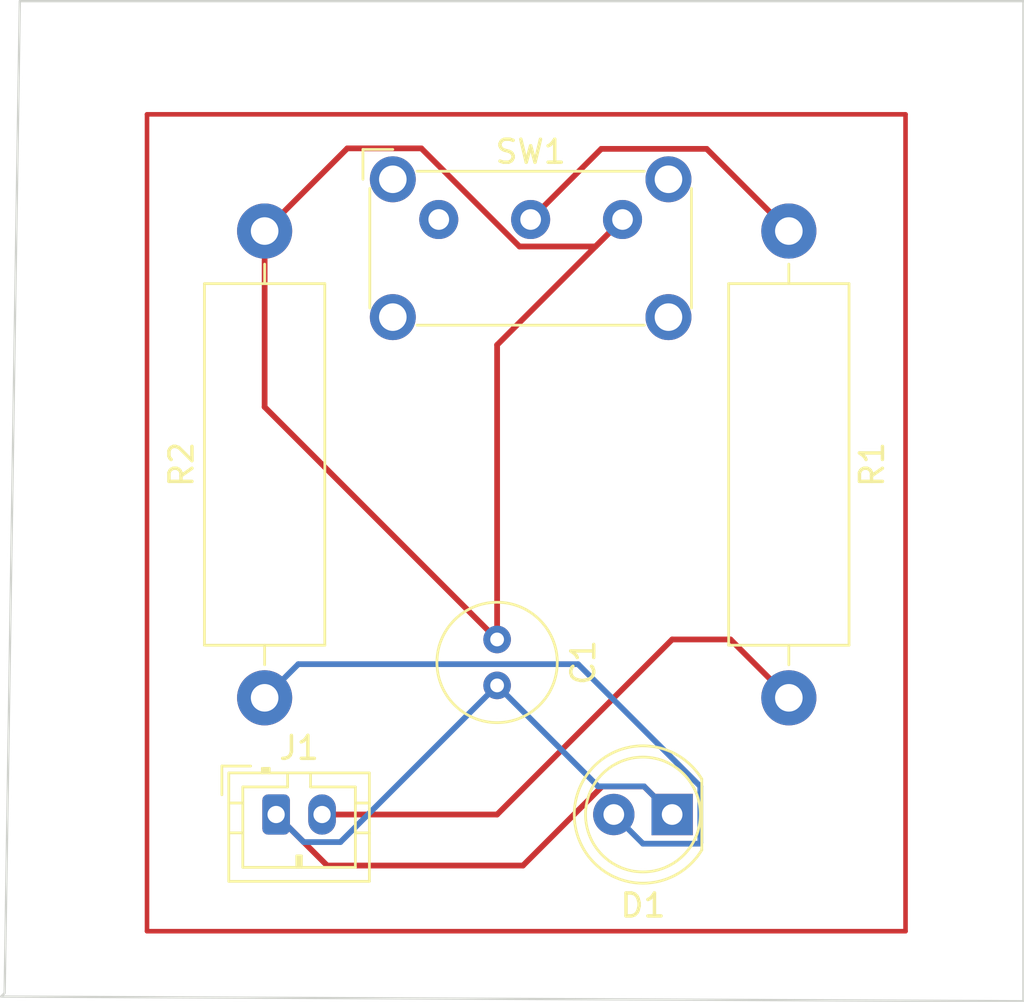
<source format=kicad_pcb>
(kicad_pcb (version 20221018) (generator pcbnew)
  (title_block (rev "Excercise I") (comment 4 "Author : "))
  (layers (0 "F.Cu" signal) (31 "B.Cu" signal) (34 "B.Paste" user) (35 "F.Paste" user) (36 "B.SilkS" user "B.Silkscreen") (37 "F.SilkS" user "F.Silkscreen") (38 "B.Mask" user) (39 "F.Mask" user) (44 "Edge.Cuts" user))
  (net 0 "")
  (net 1 "Net-(C1-Pad1)")
  (net 2 "Net-(C1-Pad2)")
  (net 3 "Net-(D1-Pad2)")
  (net 4 "Net-(J1-Pad2)")
  (net 5 "Net-(R1-Pad1)")
  (net 6 "unconnected-(SW1-Pad1)")
  (footprint "Button_Switch_THT:SW_E-Switch_EG1224_SPDT_Angled" (layer "F.Cu") (at 144.78 121.4175)
    (fp_text reference "SW1" (at 4 -2.95) (layer "F.SilkS"))
    (fp_text value "SW_Push_SPDT")
    (fp_line (start -3.3 -3.05) (end -2 -3.05) (stroke (width 0.12)) (layer "F.SilkS"))
    (fp_line (start -3.3 -1.75) (end -3.3 -3.05) (stroke (width 0.12)) (layer "F.SilkS"))
    (fp_line (start -3 3.85) (end -3 -1.35) (stroke (width 0.12)) (layer "F.SilkS"))
    (fp_line (start -0.95 -2.1) (end 8.95 -2.1) (stroke (width 0.12)) (layer "F.SilkS"))
    (fp_line (start 8.95 4.6) (end -0.95 4.6) (stroke (width 0.12)) (layer "F.SilkS"))
    (fp_line (start 11 -1.35) (end 11 3.85) (stroke (width 0.12)) (layer "F.SilkS"))
    (pad "" thru_hole circle (at -2 -1.75) (size 2 2) (drill 1.2) (layers "*.Cu" "*.Mask"))
    (pad "" thru_hole circle (at -2 4.25) (size 2 2) (drill 1.2) (layers "*.Cu" "*.Mask"))
    (pad "" thru_hole circle (at 10 -1.75) (size 2 2) (drill 1.2) (layers "*.Cu" "*.Mask"))
    (pad "" thru_hole circle (at 10 4.25) (size 2 2) (drill 1.2) (layers "*.Cu" "*.Mask"))
    (pad "1" thru_hole circle (at 0 0) (size 1.7 1.7) (drill 0.9) (layers "*.Cu" "*.Mask") (net 6 "unconnected-(SW1-Pad1)"))
    (pad "2" thru_hole circle (at 4 0) (size 1.7 1.7) (drill 0.9) (layers "*.Cu" "*.Mask") (net 5 "Net-(R1-Pad1)"))
    (pad "3" thru_hole circle (at 8 0) (size 1.7 1.7) (drill 0.9) (layers "*.Cu" "*.Mask") (net 1 "Net-(C1-Pad1)"))
  )
  (footprint "Connector_JST:JST_PH_B2B-PH-K_1x02_P2.00mm_Vertical" (layer "F.Cu") (at 137.7 147.32)
    (fp_text reference "J1" (at 1 -2.9) (layer "F.SilkS"))
    (fp_text value "Conn_01x02_Male")
    (fp_line (start -2.36 -2.11) (end -2.36 -0.86) (stroke (width 0.12)) (layer "F.SilkS"))
    (fp_line (start -2.06 -1.81) (end -2.06 2.91) (stroke (width 0.12)) (layer "F.SilkS"))
    (fp_line (start -2.06 -0.5) (end -1.45 -0.5) (stroke (width 0.12)) (layer "F.SilkS"))
    (fp_line (start -2.06 0.8) (end -1.45 0.8) (stroke (width 0.12)) (layer "F.SilkS"))
    (fp_line (start -2.06 2.91) (end 4.06 2.91) (stroke (width 0.12)) (layer "F.SilkS"))
    (fp_line (start -1.45 -1.2) (end -1.45 2.3) (stroke (width 0.12)) (layer "F.SilkS"))
    (fp_line (start -1.45 2.3) (end 3.45 2.3) (stroke (width 0.12)) (layer "F.SilkS"))
    (fp_line (start -1.11 -2.11) (end -2.36 -2.11) (stroke (width 0.12)) (layer "F.SilkS"))
    (fp_line (start -0.6 -2.01) (end -0.6 -1.81) (stroke (width 0.12)) (layer "F.SilkS"))
    (fp_line (start -0.3 -2.01) (end -0.6 -2.01) (stroke (width 0.12)) (layer "F.SilkS"))
    (fp_line (start -0.3 -1.91) (end -0.6 -1.91) (stroke (width 0.12)) (layer "F.SilkS"))
    (fp_line (start -0.3 -1.81) (end -0.3 -2.01) (stroke (width 0.12)) (layer "F.SilkS"))
    (fp_line (start 0.5 -1.81) (end 0.5 -1.2) (stroke (width 0.12)) (layer "F.SilkS"))
    (fp_line (start 0.5 -1.2) (end -1.45 -1.2) (stroke (width 0.12)) (layer "F.SilkS"))
    (fp_line (start 0.9 1.8) (end 1.1 1.8) (stroke (width 0.12)) (layer "F.SilkS"))
    (fp_line (start 0.9 2.3) (end 0.9 1.8) (stroke (width 0.12)) (layer "F.SilkS"))
    (fp_line (start 1 2.3) (end 1 1.8) (stroke (width 0.12)) (layer "F.SilkS"))
    (fp_line (start 1.1 1.8) (end 1.1 2.3) (stroke (width 0.12)) (layer "F.SilkS"))
    (fp_line (start 1.5 -1.2) (end 1.5 -1.81) (stroke (width 0.12)) (layer "F.SilkS"))
    (fp_line (start 3.45 -1.2) (end 1.5 -1.2) (stroke (width 0.12)) (layer "F.SilkS"))
    (fp_line (start 3.45 2.3) (end 3.45 -1.2) (stroke (width 0.12)) (layer "F.SilkS"))
    (fp_line (start 4.06 -1.81) (end -2.06 -1.81) (stroke (width 0.12)) (layer "F.SilkS"))
    (fp_line (start 4.06 -0.5) (end 3.45 -0.5) (stroke (width 0.12)) (layer "F.SilkS"))
    (fp_line (start 4.06 0.8) (end 3.45 0.8) (stroke (width 0.12)) (layer "F.SilkS"))
    (fp_line (start 4.06 2.91) (end 4.06 -1.81) (stroke (width 0.12)) (layer "F.SilkS"))
    (pad "1" thru_hole roundrect (at 0 0) (size 1.2 1.75) (drill 0.75) (layers "*.Cu" "*.Mask") (roundrect_rratio 0.208333) (net 2 "Net-(C1-Pad2)"))
    (pad "2" thru_hole oval (at 2 0) (size 1.2 1.75) (drill 0.75) (layers "*.Cu" "*.Mask") (net 4 "Net-(J1-Pad2)"))
  )
  (footprint "Capacitor_THT:C_Radial_D5.0mm_H5.0mm_P2.00mm" (layer "F.Cu") (at 147.32 139.7 -90)
    (fp_text reference "C1" (at 1 -3.75 90) (layer "F.SilkS"))
    (fp_text value "0.0000047")
    (fp_circle (center 1 0) (end 3.62 0) (stroke (width 0.12)) (fill none) (layer "F.SilkS"))
    (pad "1" thru_hole circle (at 0 0 270) (size 1.2 1.2) (drill 0.6) (layers "*.Cu" "*.Mask") (net 1 "Net-(C1-Pad1)"))
    (pad "2" thru_hole circle (at 2 0 270) (size 1.2 1.2) (drill 0.6) (layers "*.Cu" "*.Mask") (net 2 "Net-(C1-Pad2)"))
  )
  (footprint "Resistor_THT:R_Axial_DIN0516_L15.5mm_D5.0mm_P20.32mm_Horizontal" (layer "F.Cu") (at 160.02 121.92 -90)
    (fp_text reference "R1" (at 10.16 -3.62 90) (layer "F.SilkS"))
    (fp_text value "22000")
    (fp_line (start 1.44 0) (end 2.29 0) (stroke (width 0.12)) (layer "F.SilkS"))
    (fp_line (start 2.29 -2.62) (end 2.29 2.62) (stroke (width 0.12)) (layer "F.SilkS"))
    (fp_line (start 2.29 2.62) (end 18.03 2.62) (stroke (width 0.12)) (layer "F.SilkS"))
    (fp_line (start 18.03 -2.62) (end 2.29 -2.62) (stroke (width 0.12)) (layer "F.SilkS"))
    (fp_line (start 18.03 2.62) (end 18.03 -2.62) (stroke (width 0.12)) (layer "F.SilkS"))
    (fp_line (start 18.88 0) (end 18.03 0) (stroke (width 0.12)) (layer "F.SilkS"))
    (pad "1" thru_hole circle (at 0 0 270) (size 2.4 2.4) (drill 1.2) (layers "*.Cu" "*.Mask") (net 5 "Net-(R1-Pad1)"))
    (pad "2" thru_hole oval (at 20.32 0 270) (size 2.4 2.4) (drill 1.2) (layers "*.Cu" "*.Mask") (net 4 "Net-(J1-Pad2)"))
  )
  (footprint "Resistor_THT:R_Axial_DIN0516_L15.5mm_D5.0mm_P20.32mm_Horizontal" (layer "F.Cu") (at 137.2 142.24 90)
    (fp_text reference "R2" (at 10.16 -3.62 90) (layer "F.SilkS"))
    (fp_text value "20000")
    (fp_line (start 1.44 0) (end 2.29 0) (stroke (width 0.12)) (layer "F.SilkS"))
    (fp_line (start 2.29 -2.62) (end 2.29 2.62) (stroke (width 0.12)) (layer "F.SilkS"))
    (fp_line (start 2.29 2.62) (end 18.03 2.62) (stroke (width 0.12)) (layer "F.SilkS"))
    (fp_line (start 18.03 -2.62) (end 2.29 -2.62) (stroke (width 0.12)) (layer "F.SilkS"))
    (fp_line (start 18.03 2.62) (end 18.03 -2.62) (stroke (width 0.12)) (layer "F.SilkS"))
    (fp_line (start 18.88 0) (end 18.03 0) (stroke (width 0.12)) (layer "F.SilkS"))
    (pad "1" thru_hole circle (at 0 0 90) (size 2.4 2.4) (drill 1.2) (layers "*.Cu" "*.Mask") (net 3 "Net-(D1-Pad2)"))
    (pad "2" thru_hole oval (at 20.32 0 90) (size 2.4 2.4) (drill 1.2) (layers "*.Cu" "*.Mask") (net 1 "Net-(C1-Pad1)"))
  )
  (footprint "LED_THT:LED_D5.0mm" (layer "F.Cu") (at 154.94 147.32 180)
    (fp_text reference "D1" (at 1.27 -3.96) (layer "F.SilkS"))
    (fp_text value "LED")
    (fp_line (start -1.29 -1.545) (end -1.29 1.545) (stroke (width 0.12)) (layer "F.SilkS"))
    (fp_arc (start -1.29 -1.54483) (mid 2.072002 -2.880433) (end 4.26 0.000462) (stroke (width 0.12)) (layer "F.SilkS"))
    (fp_arc (start 4.26 -0.000462) (mid 2.072002 2.880433) (end -1.29 1.54483) (stroke (width 0.12)) (layer "F.SilkS"))
    (fp_circle (center 1.27 0) (end 3.77 0) (stroke (width 0.12)) (fill none) (layer "F.SilkS"))
    (pad "1" thru_hole rect (at 0 0 180) (size 1.8 1.8) (drill 0.9) (layers "*.Cu" "*.Mask") (net 2 "Net-(C1-Pad2)"))
    (pad "2" thru_hole circle (at 2.54 0 180) (size 1.8 1.8) (drill 0.9) (layers "*.Cu" "*.Mask") (net 3 "Net-(D1-Pad2)"))
  )
  (gr_line (start 132.08 152.4) (end 132.08 116.84) (stroke (width 0.2)) (layer "F.Cu"))
  (gr_line (start 165.1 116.84) (end 165.1 152.4) (stroke (width 0.2)) (layer "F.Cu"))
  (gr_line (start 165.1 152.4) (end 132.08 152.4) (stroke (width 0.2)) (layer "F.Cu"))
  (gr_line (start 132.08 116.84) (end 165.1 116.84) (stroke (width 0.2)) (layer "F.Cu"))
  (gr_poly (pts (xy 170.2308 155.448) (xy 125.73 155.2448) (xy 125.8824 155.0924) (xy 126.5428 111.9124) (xy 170.2308 111.9124)) (stroke (width 0.1)) (fill none) (layer "Edge.Cuts"))
  (segment (start 148.293299 122.5925) (end 151.605 122.5925) (width 0.25) (layer "F.Cu") (net 1))
  (segment (start 147.32 139.7) (end 137.2 129.58) (width 0.25) (layer "F.Cu") (net 1))
  (segment (start 151.605 122.5925) (end 152.78 121.4175) (width 0.25) (layer "F.Cu") (net 1))
  (segment (start 147.32 126.8775) (end 152.78 121.4175) (width 0.25) (layer "F.Cu") (net 1))
  (segment (start 137.2 121.92) (end 140.798648 118.321352) (width 0.25) (layer "F.Cu") (net 1))
  (segment (start 147.32 139.7) (end 147.32 126.8775) (width 0.25) (layer "F.Cu") (net 1))
  (segment (start 140.798648 118.321352) (end 144.022151 118.321352) (width 0.25) (layer "F.Cu") (net 1))
  (segment (start 137.2 121.92) (end 137.2 121.96) (width 0.25) (layer "F.Cu") (net 1))
  (segment (start 152.1759 122.0216) (end 152.78 121.4175) (width 0.25) (layer "F.Cu") (net 1))
  (segment (start 137.2 129.58) (end 137.2 121.92) (width 0.25) (layer "F.Cu") (net 1))
  (segment (start 144.022151 118.321352) (end 148.293299 122.5925) (width 0.25) (layer "F.Cu") (net 1))
  (segment (start 151.892588 146.095) (end 153.715 146.095) (width 0.25) (layer "F.Cu") (net 2))
  (segment (start 153.715 146.095) (end 154.94 147.32) (width 0.25) (layer "F.Cu") (net 2))
  (segment (start 139.921802 149.541802) (end 148.445786 149.541802) (width 0.25) (layer "F.Cu") (net 2))
  (segment (start 137.7 147.32) (end 139.921802 149.541802) (width 0.25) (layer "F.Cu") (net 2))
  (segment (start 148.445786 149.541802) (end 151.892588 146.095) (width 0.25) (layer "F.Cu") (net 2))
  (segment (start 153.715 146.095) (end 151.715 146.095) (width 0.25) (layer "B.Cu") (net 2))
  (segment (start 151.715 146.095) (end 147.32 141.7) (width 0.25) (layer "B.Cu") (net 2))
  (segment (start 140.5 148.52) (end 138.9 148.52) (width 0.25) (layer "B.Cu") (net 2))
  (segment (start 147.32 141.7) (end 140.5 148.52) (width 0.25) (layer "B.Cu") (net 2))
  (segment (start 138.9 148.52) (end 137.7 147.32) (width 0.25) (layer "B.Cu") (net 2))
  (segment (start 154.94 147.32) (end 153.715 146.095) (width 0.25) (layer "B.Cu") (net 2))
  (segment (start 150.845 140.775) (end 156.165 146.095) (width 0.25) (layer "B.Cu") (net 3))
  (segment (start 153.67 148.59) (end 152.4 147.32) (width 0.25) (layer "B.Cu") (net 3))
  (segment (start 138.665 140.775) (end 150.845 140.775) (width 0.25) (layer "B.Cu") (net 3))
  (segment (start 137.2 142.24) (end 138.665 140.775) (width 0.25) (layer "B.Cu") (net 3))
  (segment (start 156.12 148.59) (end 153.67 148.59) (width 0.25) (layer "B.Cu") (net 3))
  (segment (start 137.16 142.24) (end 137.2 142.24) (width 0.25) (layer "B.Cu") (net 3))
  (segment (start 156.165 146.095) (end 156.165 148.545) (width 0.25) (layer "B.Cu") (net 3))
  (segment (start 156.165 148.545) (end 156.12 148.59) (width 0.25) (layer "B.Cu") (net 3))
  (segment (start 139.7 147.32) (end 147.32 147.32) (width 0.25) (layer "F.Cu") (net 4))
  (segment (start 157.48 139.7) (end 160.02 142.24) (width 0.25) (layer "F.Cu") (net 4))
  (segment (start 154.94 139.7) (end 157.48 139.7) (width 0.25) (layer "F.Cu") (net 4))
  (segment (start 147.32 147.32) (end 154.94 139.7) (width 0.25) (layer "F.Cu") (net 4))
  (segment (start 151.855 118.3425) (end 156.4425 118.3425) (width 0.25) (layer "F.Cu") (net 5))
  (segment (start 156.4425 118.3425) (end 160.02 121.92) (width 0.25) (layer "F.Cu") (net 5))
  (segment (start 148.78 121.4175) (end 151.855 118.3425) (width 0.25) (layer "F.Cu") (net 5))
  (segment (start 144.78 121.4175) (end 144.78 121.92) (width 0.25) (layer "F.Cu") (net 6))
)
</source>
